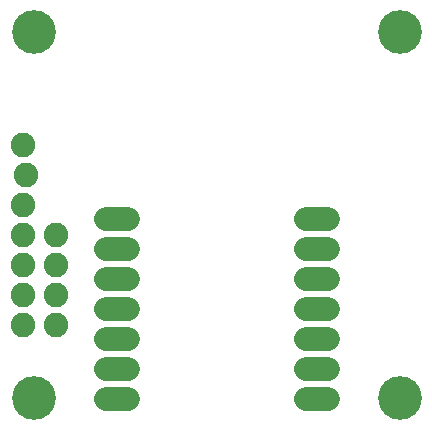
<source format=gbr>
G04 EAGLE Gerber RS-274X export*
G75*
%MOMM*%
%FSLAX34Y34*%
%LPD*%
%INSoldermask Bottom*%
%IPPOS*%
%AMOC8*
5,1,8,0,0,1.08239X$1,22.5*%
G01*
G04 Define Apertures*
%ADD10C,3.703200*%
%ADD11C,2.032000*%
%ADD12C,2.082800*%
D10*
X350000Y40000D03*
X40000Y40000D03*
X40000Y350000D03*
X350000Y350000D03*
D11*
X288853Y38800D02*
X270565Y38800D01*
X270565Y64200D02*
X288853Y64200D01*
X288853Y89600D02*
X270565Y89600D01*
X270565Y115000D02*
X288853Y115000D01*
X288853Y140400D02*
X270565Y140400D01*
X270565Y165800D02*
X288853Y165800D01*
X288853Y191200D02*
X270565Y191200D01*
X119435Y191200D02*
X101147Y191200D01*
X101147Y165800D02*
X119435Y165800D01*
X119435Y140400D02*
X101147Y140400D01*
X101147Y115000D02*
X119435Y115000D01*
X119435Y89600D02*
X101147Y89600D01*
X101147Y64200D02*
X119435Y64200D01*
X119435Y38800D02*
X101147Y38800D01*
D12*
X58970Y101900D03*
X31030Y101900D03*
X58970Y127300D03*
X31030Y127300D03*
X58970Y152700D03*
X31030Y152700D03*
X58970Y178100D03*
X31030Y178100D03*
X30480Y203200D03*
X33020Y228600D03*
X30480Y254000D03*
M02*

</source>
